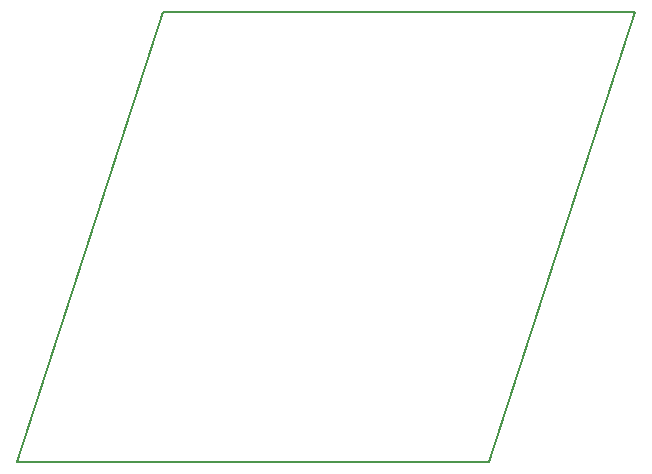
<source format=gbr>
%TF.GenerationSoftware,KiCad,Pcbnew,5.1.8*%
%TF.CreationDate,2021-01-06T14:43:02-05:00*%
%TF.ProjectId,penroserombus_thick_40mm,70656e72-6f73-4657-926f-6d6275735f74,rev?*%
%TF.SameCoordinates,Original*%
%TF.FileFunction,Profile,NP*%
%FSLAX46Y46*%
G04 Gerber Fmt 4.6, Leading zero omitted, Abs format (unit mm)*
G04 Created by KiCad (PCBNEW 5.1.8) date 2021-01-06 14:43:02*
%MOMM*%
%LPD*%
G01*
G04 APERTURE LIST*
%TA.AperFunction,Profile*%
%ADD10C,0.200000*%
%TD*%
G04 APERTURE END LIST*
D10*
X120851620Y-114028260D02*
X160851619Y-114028260D01*
X160851619Y-114028260D02*
X173212299Y-75986000D01*
X173212299Y-75986000D02*
X133212300Y-75986000D01*
X133212300Y-75986000D02*
X120851620Y-114028260D01*
M02*

</source>
